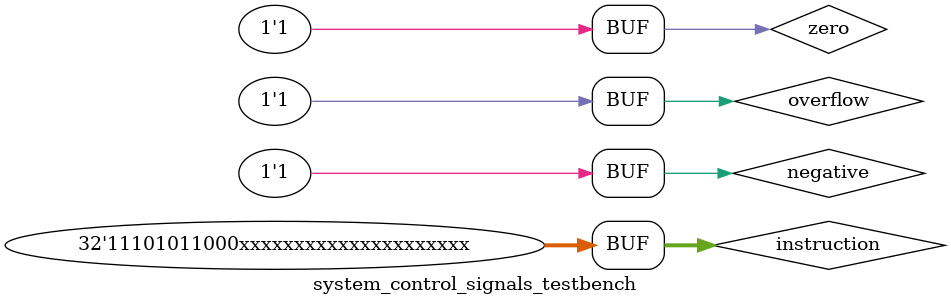
<source format=sv>
`timescale 1ps/1ps
module system_control_signals(instruction, zero, negative, overflow, carry_out, UncondBr, BrTaken, Reg2Loc, RegWrite, MemWrite, MemToReg, ALUSrc, weFlags, ALUOp);
	input logic [31:0] instruction;
	input logic zero, negative, overflow, carry_out;
	output logic UncondBr, BrTaken, Reg2Loc, RegWrite, MemWrite, MemToReg, ALUSrc, weFlags;
	output logic [2:0] ALUOp;
	
	logic negXORoverflow;
	XOR_gate_2_inputs nXORo (.a(negative), .b(overflow), .out(negXORoverflow));
	
	always_comb begin
		if (instruction[31]) begin
			UncondBr = 0;
			if (instruction[30]) begin
				BrTaken = 0;
				if (instruction[29]) begin
					if (instruction[28]) begin
						weFlags = 0;
						ALUOp = 3'b010;
						ALUSrc = 1;
						Reg2Loc = 0;
						if (instruction[22]) begin // LDUR
							MemToReg = 1;
							RegWrite = 1;
							MemWrite = 0;
						end else begin // STUR
							RegWrite = 0;
							MemWrite = 1;
							MemToReg = 0;
						end
					end else begin // SUBS
						Reg2Loc = 1;
						MemToReg = 0;
						RegWrite = 1;
						MemWrite = 0;
						BrTaken = 0;
						ALUOp = 3'b011;
						ALUSrc = 0;
						weFlags = 1;
					end
				end else begin // LSR AND EOR, bit 28 affects which in other logic
					weFlags = 0;
					Reg2Loc = 1;
					ALUSrc = 0;
					MemToReg = 0;
					RegWrite = 1;
					MemWrite = 0;
					UncondBr = 0;
					if (instruction[28]) begin // LSR
						ALUOp = 3'b001;
					end else begin
						// XOR
						ALUOp = 3'b110;
					end
				end
			end else begin
				MemWrite = 0;
				MemToReg = 0;
				if (instruction [29]) begin
					ALUSrc = 0;
					if (instruction[26]) begin // CBZ
						Reg2Loc = 0;
						RegWrite = 0;
						BrTaken = zero;
						weFlags = 0;
						ALUOp = 3'b000; // testB
					end else begin // ADDS
						Reg2Loc = 1;
						RegWrite = 1;
						BrTaken = 0;
						weFlags = 1;
						ALUOp = 3'b010;
					end
				end else begin
					weFlags = 0;
					Reg2Loc = 1;
					RegWrite = 1;
					BrTaken = 0;
					if (instruction[28]) begin // ADDI
						ALUSrc = 1;
						ALUOp = 3'b010;
					end else begin // AND
						ALUSrc = 0;
						ALUOp = 3'b100; // &
					end
				end
			end
		end else begin // B or B.LT
			weFlags = 0;
			RegWrite = 0;
			Reg2Loc = 0;
			MemWrite = 0;
			MemToReg = 0;
			ALUSrc = 0;
			if (instruction[30]) begin // B.LT
				BrTaken = negXORoverflow;
				UncondBr = 0;
				ALUOp = 3'b011; // sub
			end else begin // B
				BrTaken = 1;
				UncondBr = 1;
				ALUOp = 3'b010; // add
			end
		end
	end
endmodule

module system_control_signals_testbench();
	logic [31:0] instruction;
	logic [2:0] ALUOp;
	logic zero, negative, overflow, carry_out, UncondBr, BrTaken, Reg2Loc, RegWrite, MemWrite, MemToReg, ALUSrc;
	
	system_control_signals dut (.instruction, .zero, .negative, .overflow, .carry_out, .UncondBr, .BrTaken, .Reg2Loc, .RegWrite, .MemWrite, .MemToReg, .ALUSrc, .ALUOp);
	
	parameter delay = 1000;
	
	// for this module, not concerned with any part of instruction besides opcode
	initial begin
		instruction = 32'b1001000100xxxxxxxxxxxxxxxxxxxxxx; #delay; //ADDI 
		instruction = 32'b10101011000xxxxxxxxxxxxxxxxxxxxx; #delay; //ADDS	
		instruction = 32'b10001010000xxxxxxxxxxxxxxxxxxxxx; #delay; //AND
		instruction = 32'b000101xxxxxxxxxxxxxxxxxxxxxxxxxx; #delay; //B
		instruction = 32'b01010100xxxxxxxxxxxxxxxxxxxxxxxx; 		   //B.LT
		negative = 0; overflow = 0; 								 #delay; 
		negative = 0; overflow = 1;								 #delay;
		negative = 1; overflow = 0;								 #delay;
		negative = 1; overflow = 1;								 #delay;
		instruction = 32'b10110100xxxxxxxxxxxxxxxxxxxxxxxx;         //CBZ
		zero = 0;														 #delay; 
		zero = 1;													    #delay;
		instruction = 32'b11001010000xxxxxxxxxxxxxxxxxxxxx; #delay; //EOR
		instruction = 32'b11111000010xxxxxxxxxxxxxxxxxxxxx; #delay; //LDUR
		instruction = 32'b11010011100xxxxxxxxxxxxxxxxxxxxx; #delay; //LSR
		instruction = 32'b11111000000xxxxxxxxxxxxxxxxxxxxx; #delay; //STUR
		instruction = 32'b11101011000xxxxxxxxxxxxxxxxxxxxx; #delay; //SUBS
	end
endmodule
</source>
